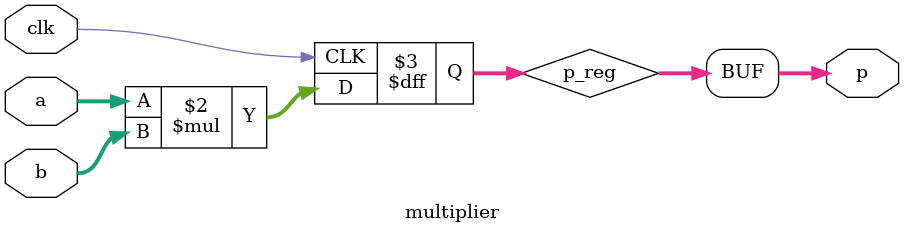
<source format=v>
`timescale 1ns / 1ps


module multiplier(
    input wire clk,
    input [15:0] a,
    input [15:0] b,
    output [32:0] p
    );
    
    reg [32:0] p_reg;
    
    always @ (posedge clk)
    begin
        p_reg <= a * b;
    end
             
    assign p = p_reg;
endmodule

</source>
